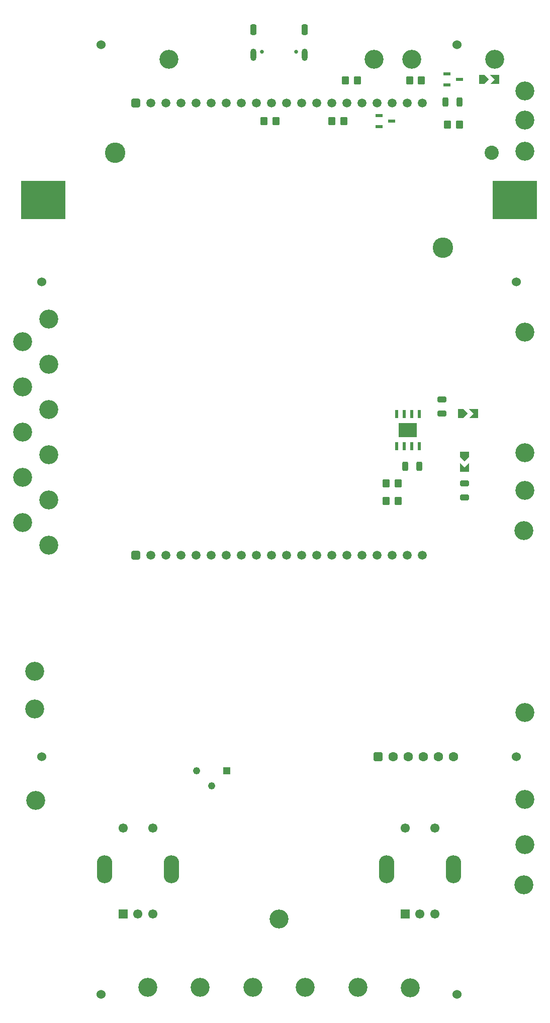
<source format=gbr>
%TF.GenerationSoftware,Altium Limited,Altium Designer,23.6.0 (18)*%
G04 Layer_Color=255*
%FSLAX43Y43*%
%MOMM*%
%TF.SameCoordinates,407812E0-2FFD-4E57-8D94-CFCBE61D5419*%
%TF.FilePolarity,Positive*%
%TF.FileFunction,Pads,Bot*%
%TF.Part,Single*%
G01*
G75*
%TA.AperFunction,SMDPad,CuDef*%
G04:AMPARAMS|DCode=23|XSize=1.55mm|YSize=0.95mm|CornerRadius=0.238mm|HoleSize=0mm|Usage=FLASHONLY|Rotation=270.000|XOffset=0mm|YOffset=0mm|HoleType=Round|Shape=RoundedRectangle|*
%AMROUNDEDRECTD23*
21,1,1.550,0.475,0,0,270.0*
21,1,1.075,0.950,0,0,270.0*
1,1,0.475,-0.238,-0.538*
1,1,0.475,-0.238,0.538*
1,1,0.475,0.238,0.538*
1,1,0.475,0.238,-0.538*
%
%ADD23ROUNDEDRECTD23*%
G04:AMPARAMS|DCode=28|XSize=1.4mm|YSize=1.2mm|CornerRadius=0.15mm|HoleSize=0mm|Usage=FLASHONLY|Rotation=90.000|XOffset=0mm|YOffset=0mm|HoleType=Round|Shape=RoundedRectangle|*
%AMROUNDEDRECTD28*
21,1,1.400,0.900,0,0,90.0*
21,1,1.100,1.200,0,0,90.0*
1,1,0.300,0.450,0.550*
1,1,0.300,0.450,-0.550*
1,1,0.300,-0.450,-0.550*
1,1,0.300,-0.450,0.550*
%
%ADD28ROUNDEDRECTD28*%
G04:AMPARAMS|DCode=29|XSize=1.55mm|YSize=0.95mm|CornerRadius=0.238mm|HoleSize=0mm|Usage=FLASHONLY|Rotation=180.000|XOffset=0mm|YOffset=0mm|HoleType=Round|Shape=RoundedRectangle|*
%AMROUNDEDRECTD29*
21,1,1.550,0.475,0,0,180.0*
21,1,1.075,0.950,0,0,180.0*
1,1,0.475,-0.538,0.238*
1,1,0.475,0.538,0.238*
1,1,0.475,0.538,-0.238*
1,1,0.475,-0.538,-0.238*
%
%ADD29ROUNDEDRECTD29*%
G04:AMPARAMS|DCode=33|XSize=1.23mm|YSize=0.59mm|CornerRadius=0.148mm|HoleSize=0mm|Usage=FLASHONLY|Rotation=0.000|XOffset=0mm|YOffset=0mm|HoleType=Round|Shape=RoundedRectangle|*
%AMROUNDEDRECTD33*
21,1,1.230,0.295,0,0,0.0*
21,1,0.935,0.590,0,0,0.0*
1,1,0.295,0.468,-0.148*
1,1,0.295,-0.468,-0.148*
1,1,0.295,-0.468,0.148*
1,1,0.295,0.468,0.148*
%
%ADD33ROUNDEDRECTD33*%
%TA.AperFunction,ComponentPad*%
%ADD39C,3.200*%
%ADD40C,3.450*%
%ADD41C,2.388*%
%ADD42C,1.520*%
G04:AMPARAMS|DCode=43|XSize=1.52mm|YSize=1.52mm|CornerRadius=0.38mm|HoleSize=0mm|Usage=FLASHONLY|Rotation=0.000|XOffset=0mm|YOffset=0mm|HoleType=Round|Shape=RoundedRectangle|*
%AMROUNDEDRECTD43*
21,1,1.520,0.760,0,0,0.0*
21,1,0.760,1.520,0,0,0.0*
1,1,0.760,0.380,-0.380*
1,1,0.760,-0.380,-0.380*
1,1,0.760,-0.380,0.380*
1,1,0.760,0.380,0.380*
%
%ADD43ROUNDEDRECTD43*%
%ADD44C,1.600*%
G04:AMPARAMS|DCode=45|XSize=1.6mm|YSize=1.6mm|CornerRadius=0.4mm|HoleSize=0mm|Usage=FLASHONLY|Rotation=0.000|XOffset=0mm|YOffset=0mm|HoleType=Round|Shape=RoundedRectangle|*
%AMROUNDEDRECTD45*
21,1,1.600,0.800,0,0,0.0*
21,1,0.800,1.600,0,0,0.0*
1,1,0.800,0.400,-0.400*
1,1,0.800,-0.400,-0.400*
1,1,0.800,-0.400,0.400*
1,1,0.800,0.400,0.400*
%
%ADD45ROUNDEDRECTD45*%
%ADD46C,1.550*%
%ADD47R,1.550X1.550*%
G04:AMPARAMS|DCode=48|XSize=2.6mm|YSize=4.7mm|CornerRadius=1.3mm|HoleSize=0mm|Usage=FLASHONLY|Rotation=0.000|XOffset=0mm|YOffset=0mm|HoleType=Round|Shape=RoundedRectangle|*
%AMROUNDEDRECTD48*
21,1,2.600,2.100,0,0,0.0*
21,1,0.000,4.700,0,0,0.0*
1,1,2.600,0.000,-1.050*
1,1,2.600,0.000,-1.050*
1,1,2.600,0.000,1.050*
1,1,2.600,0.000,1.050*
%
%ADD48ROUNDEDRECTD48*%
%ADD49R,1.222X1.222*%
%ADD50C,1.222*%
G04:AMPARAMS|DCode=51|XSize=1.8mm|YSize=1mm|CornerRadius=0.25mm|HoleSize=0mm|Usage=FLASHONLY|Rotation=270.000|XOffset=0mm|YOffset=0mm|HoleType=Round|Shape=RoundedRectangle|*
%AMROUNDEDRECTD51*
21,1,1.800,0.500,0,0,270.0*
21,1,1.300,1.000,0,0,270.0*
1,1,0.500,-0.250,-0.650*
1,1,0.500,-0.250,0.650*
1,1,0.500,0.250,0.650*
1,1,0.500,0.250,-0.650*
%
%ADD51ROUNDEDRECTD51*%
%ADD52O,1.000X2.100*%
%ADD53C,0.650*%
%TA.AperFunction,WasherPad*%
%ADD54C,1.524*%
%TA.AperFunction,SMDPad,CuDef*%
%AMCUSTOMSHAPE56*
4,1,5,0.762,0.826,0.762,-0.064,0.000,-0.826,-0.762,-0.064,-0.762,0.826,0.762,0.826,0.0*%
%ADD56CUSTOMSHAPE56*%

%AMCUSTOMSHAPE57*
4,1,5,-0.762,0.762,0.000,0.000,0.762,0.762,0.762,-0.762,-0.762,-0.762,-0.762,0.762,0.0*%
%ADD57CUSTOMSHAPE57*%

%ADD58R,7.468X6.477*%
%AMCUSTOMSHAPE59*
4,1,5,-0.826,0.762,0.064,0.762,0.826,0.000,0.064,-0.762,-0.826,-0.762,-0.826,0.762,0.0*%
%ADD59CUSTOMSHAPE59*%

%AMCUSTOMSHAPE60*
4,1,5,-0.762,-0.762,0.000,0.000,-0.762,0.762,0.762,0.762,0.762,-0.762,-0.762,-0.762,0.0*%
%ADD60CUSTOMSHAPE60*%

%ADD61R,3.099X2.413*%
%ADD62R,0.533X1.442*%
D23*
X71120Y92964D02*
D03*
X68770D02*
D03*
X75545Y154305D02*
D03*
X77895D02*
D03*
D28*
X65550Y90075D02*
D03*
X67550D02*
D03*
X65550Y87122D02*
D03*
X67550D02*
D03*
X56420Y151130D02*
D03*
X58420D02*
D03*
X46990D02*
D03*
X44990D02*
D03*
X77895Y150495D02*
D03*
X75895D02*
D03*
X71485Y158000D02*
D03*
X69485D02*
D03*
X60690D02*
D03*
X58690D02*
D03*
D29*
X74930Y104204D02*
D03*
Y101854D02*
D03*
X78740Y87725D02*
D03*
Y90075D02*
D03*
D33*
X75775Y157165D02*
D03*
Y159065D02*
D03*
X77895Y158115D02*
D03*
X64345Y150180D02*
D03*
Y152080D02*
D03*
X66465Y151130D02*
D03*
D39*
X88900Y88900D02*
D03*
X29000Y161500D02*
D03*
X88710Y82105D02*
D03*
X6540Y36640D02*
D03*
X47500Y16700D02*
D03*
X88710Y22415D02*
D03*
X8763Y79629D02*
D03*
X4318Y83439D02*
D03*
X8763Y87249D02*
D03*
X4318Y91059D02*
D03*
X8763Y94869D02*
D03*
X4318Y98679D02*
D03*
X8763Y102489D02*
D03*
X4318Y106299D02*
D03*
X8763Y110109D02*
D03*
X4318Y113919D02*
D03*
X8763Y117729D02*
D03*
X43080Y5105D02*
D03*
X69600Y5080D02*
D03*
X60760Y5105D02*
D03*
X51920D02*
D03*
X34240D02*
D03*
X25400D02*
D03*
X88900Y29210D02*
D03*
Y36830D02*
D03*
Y51435D02*
D03*
X6350Y52070D02*
D03*
Y58420D02*
D03*
X63500Y161500D02*
D03*
X88900Y146050D02*
D03*
Y151275D02*
D03*
Y156210D02*
D03*
Y115532D02*
D03*
Y95250D02*
D03*
X83820Y161500D02*
D03*
X69850D02*
D03*
D40*
X19877Y145801D02*
D03*
X75122Y129799D02*
D03*
D41*
X83352Y145801D02*
D03*
D42*
X71628Y154178D02*
D03*
X69088D02*
D03*
X66548D02*
D03*
X58928D02*
D03*
X56388D02*
D03*
X53848D02*
D03*
X48768D02*
D03*
X43688D02*
D03*
X41148D02*
D03*
X36068D02*
D03*
X33528D02*
D03*
X30988D02*
D03*
X25908D02*
D03*
X28448D02*
D03*
X38608D02*
D03*
X46228D02*
D03*
X51308D02*
D03*
X61468D02*
D03*
X64008D02*
D03*
X71628Y77978D02*
D03*
X69088D02*
D03*
X66548D02*
D03*
X58928D02*
D03*
X56388D02*
D03*
X53848D02*
D03*
X48768D02*
D03*
X43688D02*
D03*
X41148D02*
D03*
X36068D02*
D03*
X33528D02*
D03*
X30988D02*
D03*
X25908D02*
D03*
X28448D02*
D03*
X38608D02*
D03*
X46228D02*
D03*
X51308D02*
D03*
X61468D02*
D03*
X64008D02*
D03*
D43*
X23368Y154178D02*
D03*
Y77978D02*
D03*
D44*
X76850Y44000D02*
D03*
X74310D02*
D03*
X69230D02*
D03*
X66690D02*
D03*
X71770D02*
D03*
D45*
X64150D02*
D03*
D46*
X68750Y32000D02*
D03*
X73750D02*
D03*
X71250Y17500D02*
D03*
X73750D02*
D03*
X21250Y32000D02*
D03*
X26250D02*
D03*
X23750Y17500D02*
D03*
X26250D02*
D03*
D47*
X68750D02*
D03*
X21250D02*
D03*
D48*
X65650Y25000D02*
D03*
X76850D02*
D03*
X18150D02*
D03*
X29350D02*
D03*
D49*
X38735Y41595D02*
D03*
D50*
X36195Y39055D02*
D03*
X33655Y41595D02*
D03*
D51*
X51820Y166500D02*
D03*
X43180D02*
D03*
D52*
X51820Y162320D02*
D03*
X43180D02*
D03*
D53*
X44610Y162820D02*
D03*
X50390D02*
D03*
D54*
X87500Y44000D02*
D03*
Y124000D02*
D03*
X7500D02*
D03*
Y44000D02*
D03*
X77500Y164000D02*
D03*
X17500Y4000D02*
D03*
X77500D02*
D03*
X17500Y164000D02*
D03*
D56*
X78740Y94552D02*
D03*
D57*
Y92774D02*
D03*
D58*
X7812Y137800D02*
D03*
X87187D02*
D03*
D59*
X82042Y158115D02*
D03*
X78486Y101854D02*
D03*
D60*
X83820Y158115D02*
D03*
X80264Y101854D02*
D03*
D61*
X69215Y99060D02*
D03*
D62*
X71120Y101788D02*
D03*
X69850D02*
D03*
X68580D02*
D03*
X67310D02*
D03*
Y96332D02*
D03*
X68580D02*
D03*
X69850D02*
D03*
X71120D02*
D03*
%TF.MD5,d239d09ebd57a2f881841821b81d1df8*%
M02*

</source>
